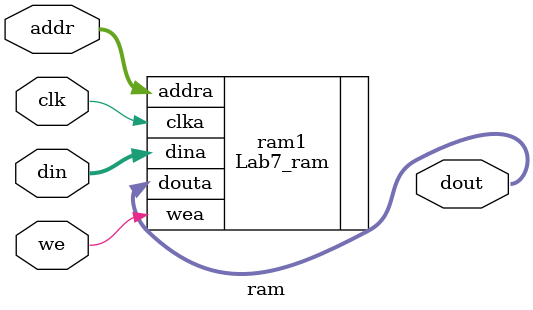
<source format=v>
`timescale 1ns / 1ps
module ram(clk, we, addr, din, dout);

   input           clk;        // on-board clock(100MHz)
   input            we;        // Write enable (btnR)
   input   [ 7:0]  addr;       // Address pointer (from address sequencer)
   input   [15:0]   din;       // data input (from switches)
   output  [15:0]  dout;       // data output (to display controller)

   Lab7_ram ram1 (
     .clka(clk),    // input clka
     .wea(we),      // input [0 : 0] wea
     .addra(addr),  // input [7 : 0] addra
     .dina(din),    // input [15 : 0] dina
     .douta(dout)   // output [15 : 0] douta
   );

endmodule

</source>
